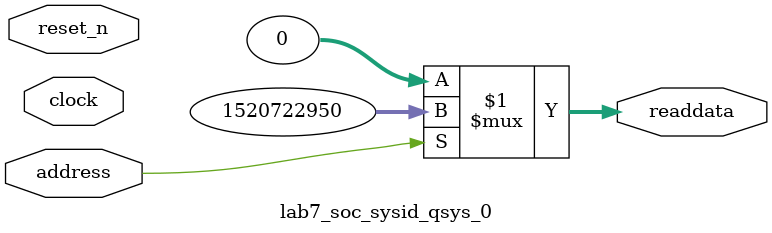
<source format=v>

`timescale 1ns / 1ps
// synthesis translate_on

// turn off superfluous verilog processor warnings 
// altera message_level Level1 
// altera message_off 10034 10035 10036 10037 10230 10240 10030 

module lab7_soc_sysid_qsys_0 (
               // inputs:
                address,
                clock,
                reset_n,

               // outputs:
                readdata
             )
;

  output  [ 31: 0] readdata;
  input            address;
  input            clock;
  input            reset_n;

  wire    [ 31: 0] readdata;
  //control_slave, which is an e_avalon_slave
  assign readdata = address ? 1520722950 : 0;

endmodule




</source>
